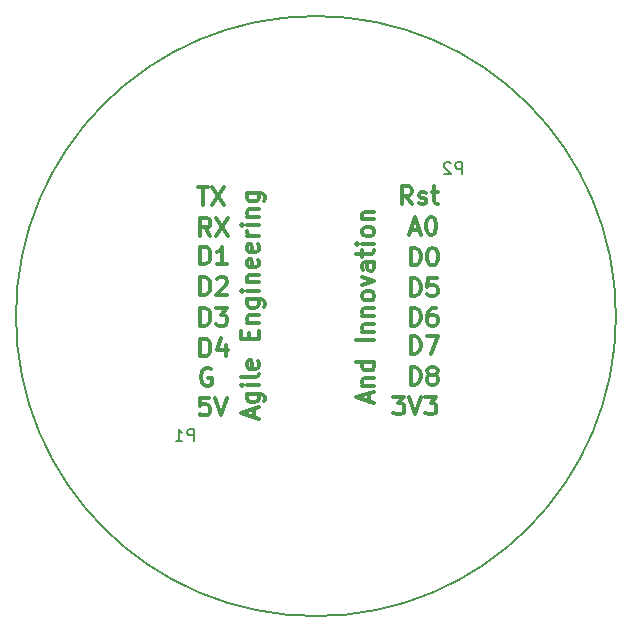
<source format=gbr>
%TF.GenerationSoftware,KiCad,Pcbnew,5.0.2+dfsg1-1*%
%TF.CreationDate,2019-08-25T16:07:59-07:00*%
%TF.ProjectId,coinPCB,636f696e-5043-4422-9e6b-696361645f70,v0.2*%
%TF.SameCoordinates,Original*%
%TF.FileFunction,Legend,Top*%
%TF.FilePolarity,Positive*%
%FSLAX46Y46*%
G04 Gerber Fmt 4.6, Leading zero omitted, Abs format (unit mm)*
G04 Created by KiCad (PCBNEW 5.0.2+dfsg1-1) date Sun 25 Aug 2019 04:07:59 PM PDT*
%MOMM*%
%LPD*%
G01*
G04 APERTURE LIST*
%ADD10C,0.300000*%
%ADD11C,0.150000*%
G04 APERTURE END LIST*
D10*
X136076500Y-111453214D02*
X136076500Y-110738928D01*
X136505071Y-111596071D02*
X135005071Y-111096071D01*
X136505071Y-110596071D01*
X135505071Y-109453214D02*
X136719357Y-109453214D01*
X136862214Y-109524642D01*
X136933642Y-109596071D01*
X137005071Y-109738928D01*
X137005071Y-109953214D01*
X136933642Y-110096071D01*
X136433642Y-109453214D02*
X136505071Y-109596071D01*
X136505071Y-109881785D01*
X136433642Y-110024642D01*
X136362214Y-110096071D01*
X136219357Y-110167500D01*
X135790785Y-110167500D01*
X135647928Y-110096071D01*
X135576500Y-110024642D01*
X135505071Y-109881785D01*
X135505071Y-109596071D01*
X135576500Y-109453214D01*
X136505071Y-108738928D02*
X135505071Y-108738928D01*
X135005071Y-108738928D02*
X135076500Y-108810357D01*
X135147928Y-108738928D01*
X135076500Y-108667500D01*
X135005071Y-108738928D01*
X135147928Y-108738928D01*
X136505071Y-107810357D02*
X136433642Y-107953214D01*
X136290785Y-108024642D01*
X135005071Y-108024642D01*
X136433642Y-106667500D02*
X136505071Y-106810357D01*
X136505071Y-107096071D01*
X136433642Y-107238928D01*
X136290785Y-107310357D01*
X135719357Y-107310357D01*
X135576500Y-107238928D01*
X135505071Y-107096071D01*
X135505071Y-106810357D01*
X135576500Y-106667500D01*
X135719357Y-106596071D01*
X135862214Y-106596071D01*
X136005071Y-107310357D01*
X135719357Y-104810357D02*
X135719357Y-104310357D01*
X136505071Y-104096071D02*
X136505071Y-104810357D01*
X135005071Y-104810357D01*
X135005071Y-104096071D01*
X135505071Y-103453214D02*
X136505071Y-103453214D01*
X135647928Y-103453214D02*
X135576500Y-103381785D01*
X135505071Y-103238928D01*
X135505071Y-103024642D01*
X135576500Y-102881785D01*
X135719357Y-102810357D01*
X136505071Y-102810357D01*
X135505071Y-101453214D02*
X136719357Y-101453214D01*
X136862214Y-101524642D01*
X136933642Y-101596071D01*
X137005071Y-101738928D01*
X137005071Y-101953214D01*
X136933642Y-102096071D01*
X136433642Y-101453214D02*
X136505071Y-101596071D01*
X136505071Y-101881785D01*
X136433642Y-102024642D01*
X136362214Y-102096071D01*
X136219357Y-102167500D01*
X135790785Y-102167500D01*
X135647928Y-102096071D01*
X135576500Y-102024642D01*
X135505071Y-101881785D01*
X135505071Y-101596071D01*
X135576500Y-101453214D01*
X136505071Y-100738928D02*
X135505071Y-100738928D01*
X135005071Y-100738928D02*
X135076500Y-100810357D01*
X135147928Y-100738928D01*
X135076500Y-100667500D01*
X135005071Y-100738928D01*
X135147928Y-100738928D01*
X135505071Y-100024642D02*
X136505071Y-100024642D01*
X135647928Y-100024642D02*
X135576500Y-99953214D01*
X135505071Y-99810357D01*
X135505071Y-99596071D01*
X135576500Y-99453214D01*
X135719357Y-99381785D01*
X136505071Y-99381785D01*
X136433642Y-98096071D02*
X136505071Y-98238928D01*
X136505071Y-98524642D01*
X136433642Y-98667500D01*
X136290785Y-98738928D01*
X135719357Y-98738928D01*
X135576500Y-98667500D01*
X135505071Y-98524642D01*
X135505071Y-98238928D01*
X135576500Y-98096071D01*
X135719357Y-98024642D01*
X135862214Y-98024642D01*
X136005071Y-98738928D01*
X136433642Y-96810357D02*
X136505071Y-96953214D01*
X136505071Y-97238928D01*
X136433642Y-97381785D01*
X136290785Y-97453214D01*
X135719357Y-97453214D01*
X135576500Y-97381785D01*
X135505071Y-97238928D01*
X135505071Y-96953214D01*
X135576500Y-96810357D01*
X135719357Y-96738928D01*
X135862214Y-96738928D01*
X136005071Y-97453214D01*
X136505071Y-96096071D02*
X135505071Y-96096071D01*
X135790785Y-96096071D02*
X135647928Y-96024642D01*
X135576500Y-95953214D01*
X135505071Y-95810357D01*
X135505071Y-95667500D01*
X136505071Y-95167500D02*
X135505071Y-95167500D01*
X135005071Y-95167500D02*
X135076500Y-95238928D01*
X135147928Y-95167500D01*
X135076500Y-95096071D01*
X135005071Y-95167500D01*
X135147928Y-95167500D01*
X135505071Y-94453214D02*
X136505071Y-94453214D01*
X135647928Y-94453214D02*
X135576500Y-94381785D01*
X135505071Y-94238928D01*
X135505071Y-94024642D01*
X135576500Y-93881785D01*
X135719357Y-93810357D01*
X136505071Y-93810357D01*
X135505071Y-92453214D02*
X136719357Y-92453214D01*
X136862214Y-92524642D01*
X136933642Y-92596071D01*
X137005071Y-92738928D01*
X137005071Y-92953214D01*
X136933642Y-93096071D01*
X136433642Y-92453214D02*
X136505071Y-92596071D01*
X136505071Y-92881785D01*
X136433642Y-93024642D01*
X136362214Y-93096071D01*
X136219357Y-93167500D01*
X135790785Y-93167500D01*
X135647928Y-93096071D01*
X135576500Y-93024642D01*
X135505071Y-92881785D01*
X135505071Y-92596071D01*
X135576500Y-92453214D01*
X145855500Y-110115928D02*
X145855500Y-109401642D01*
X146284071Y-110258785D02*
X144784071Y-109758785D01*
X146284071Y-109258785D01*
X145284071Y-108758785D02*
X146284071Y-108758785D01*
X145426928Y-108758785D02*
X145355500Y-108687357D01*
X145284071Y-108544500D01*
X145284071Y-108330214D01*
X145355500Y-108187357D01*
X145498357Y-108115928D01*
X146284071Y-108115928D01*
X146284071Y-106758785D02*
X144784071Y-106758785D01*
X146212642Y-106758785D02*
X146284071Y-106901642D01*
X146284071Y-107187357D01*
X146212642Y-107330214D01*
X146141214Y-107401642D01*
X145998357Y-107473071D01*
X145569785Y-107473071D01*
X145426928Y-107401642D01*
X145355500Y-107330214D01*
X145284071Y-107187357D01*
X145284071Y-106901642D01*
X145355500Y-106758785D01*
X146284071Y-104901642D02*
X144784071Y-104901642D01*
X145284071Y-104187357D02*
X146284071Y-104187357D01*
X145426928Y-104187357D02*
X145355500Y-104115928D01*
X145284071Y-103973071D01*
X145284071Y-103758785D01*
X145355500Y-103615928D01*
X145498357Y-103544500D01*
X146284071Y-103544500D01*
X145284071Y-102830214D02*
X146284071Y-102830214D01*
X145426928Y-102830214D02*
X145355500Y-102758785D01*
X145284071Y-102615928D01*
X145284071Y-102401642D01*
X145355500Y-102258785D01*
X145498357Y-102187357D01*
X146284071Y-102187357D01*
X146284071Y-101258785D02*
X146212642Y-101401642D01*
X146141214Y-101473071D01*
X145998357Y-101544500D01*
X145569785Y-101544500D01*
X145426928Y-101473071D01*
X145355500Y-101401642D01*
X145284071Y-101258785D01*
X145284071Y-101044500D01*
X145355500Y-100901642D01*
X145426928Y-100830214D01*
X145569785Y-100758785D01*
X145998357Y-100758785D01*
X146141214Y-100830214D01*
X146212642Y-100901642D01*
X146284071Y-101044500D01*
X146284071Y-101258785D01*
X145284071Y-100258785D02*
X146284071Y-99901642D01*
X145284071Y-99544500D01*
X146284071Y-98330214D02*
X145498357Y-98330214D01*
X145355500Y-98401642D01*
X145284071Y-98544500D01*
X145284071Y-98830214D01*
X145355500Y-98973071D01*
X146212642Y-98330214D02*
X146284071Y-98473071D01*
X146284071Y-98830214D01*
X146212642Y-98973071D01*
X146069785Y-99044500D01*
X145926928Y-99044500D01*
X145784071Y-98973071D01*
X145712642Y-98830214D01*
X145712642Y-98473071D01*
X145641214Y-98330214D01*
X145284071Y-97830214D02*
X145284071Y-97258785D01*
X144784071Y-97615928D02*
X146069785Y-97615928D01*
X146212642Y-97544500D01*
X146284071Y-97401642D01*
X146284071Y-97258785D01*
X146284071Y-96758785D02*
X145284071Y-96758785D01*
X144784071Y-96758785D02*
X144855500Y-96830214D01*
X144926928Y-96758785D01*
X144855500Y-96687357D01*
X144784071Y-96758785D01*
X144926928Y-96758785D01*
X146284071Y-95830214D02*
X146212642Y-95973071D01*
X146141214Y-96044500D01*
X145998357Y-96115928D01*
X145569785Y-96115928D01*
X145426928Y-96044500D01*
X145355500Y-95973071D01*
X145284071Y-95830214D01*
X145284071Y-95615928D01*
X145355500Y-95473071D01*
X145426928Y-95401642D01*
X145569785Y-95330214D01*
X145998357Y-95330214D01*
X146141214Y-95401642D01*
X146212642Y-95473071D01*
X146284071Y-95615928D01*
X146284071Y-95830214D01*
X145284071Y-94687357D02*
X146284071Y-94687357D01*
X145426928Y-94687357D02*
X145355500Y-94615928D01*
X145284071Y-94473071D01*
X145284071Y-94258785D01*
X145355500Y-94115928D01*
X145498357Y-94044500D01*
X146284071Y-94044500D01*
D11*
X166751000Y-102870000D02*
G75*
G03X166751000Y-102870000I-25400000J0D01*
G01*
D10*
X149495571Y-93382571D02*
X148995571Y-92668285D01*
X148638428Y-93382571D02*
X148638428Y-91882571D01*
X149209857Y-91882571D01*
X149352714Y-91954000D01*
X149424142Y-92025428D01*
X149495571Y-92168285D01*
X149495571Y-92382571D01*
X149424142Y-92525428D01*
X149352714Y-92596857D01*
X149209857Y-92668285D01*
X148638428Y-92668285D01*
X150067000Y-93311142D02*
X150209857Y-93382571D01*
X150495571Y-93382571D01*
X150638428Y-93311142D01*
X150709857Y-93168285D01*
X150709857Y-93096857D01*
X150638428Y-92954000D01*
X150495571Y-92882571D01*
X150281285Y-92882571D01*
X150138428Y-92811142D01*
X150067000Y-92668285D01*
X150067000Y-92596857D01*
X150138428Y-92454000D01*
X150281285Y-92382571D01*
X150495571Y-92382571D01*
X150638428Y-92454000D01*
X151138428Y-92382571D02*
X151709857Y-92382571D01*
X151352714Y-91882571D02*
X151352714Y-93168285D01*
X151424142Y-93311142D01*
X151567000Y-93382571D01*
X151709857Y-93382571D01*
X149395571Y-95554000D02*
X150109857Y-95554000D01*
X149252714Y-95982571D02*
X149752714Y-94482571D01*
X150252714Y-95982571D01*
X151038428Y-94482571D02*
X151181285Y-94482571D01*
X151324142Y-94554000D01*
X151395571Y-94625428D01*
X151467000Y-94768285D01*
X151538428Y-95054000D01*
X151538428Y-95411142D01*
X151467000Y-95696857D01*
X151395571Y-95839714D01*
X151324142Y-95911142D01*
X151181285Y-95982571D01*
X151038428Y-95982571D01*
X150895571Y-95911142D01*
X150824142Y-95839714D01*
X150752714Y-95696857D01*
X150681285Y-95411142D01*
X150681285Y-95054000D01*
X150752714Y-94768285D01*
X150824142Y-94625428D01*
X150895571Y-94554000D01*
X151038428Y-94482571D01*
X149359857Y-98582571D02*
X149359857Y-97082571D01*
X149717000Y-97082571D01*
X149931285Y-97154000D01*
X150074142Y-97296857D01*
X150145571Y-97439714D01*
X150217000Y-97725428D01*
X150217000Y-97939714D01*
X150145571Y-98225428D01*
X150074142Y-98368285D01*
X149931285Y-98511142D01*
X149717000Y-98582571D01*
X149359857Y-98582571D01*
X151145571Y-97082571D02*
X151288428Y-97082571D01*
X151431285Y-97154000D01*
X151502714Y-97225428D01*
X151574142Y-97368285D01*
X151645571Y-97654000D01*
X151645571Y-98011142D01*
X151574142Y-98296857D01*
X151502714Y-98439714D01*
X151431285Y-98511142D01*
X151288428Y-98582571D01*
X151145571Y-98582571D01*
X151002714Y-98511142D01*
X150931285Y-98439714D01*
X150859857Y-98296857D01*
X150788428Y-98011142D01*
X150788428Y-97654000D01*
X150859857Y-97368285D01*
X150931285Y-97225428D01*
X151002714Y-97154000D01*
X151145571Y-97082571D01*
X149359857Y-101182571D02*
X149359857Y-99682571D01*
X149717000Y-99682571D01*
X149931285Y-99754000D01*
X150074142Y-99896857D01*
X150145571Y-100039714D01*
X150217000Y-100325428D01*
X150217000Y-100539714D01*
X150145571Y-100825428D01*
X150074142Y-100968285D01*
X149931285Y-101111142D01*
X149717000Y-101182571D01*
X149359857Y-101182571D01*
X151574142Y-99682571D02*
X150859857Y-99682571D01*
X150788428Y-100396857D01*
X150859857Y-100325428D01*
X151002714Y-100254000D01*
X151359857Y-100254000D01*
X151502714Y-100325428D01*
X151574142Y-100396857D01*
X151645571Y-100539714D01*
X151645571Y-100896857D01*
X151574142Y-101039714D01*
X151502714Y-101111142D01*
X151359857Y-101182571D01*
X151002714Y-101182571D01*
X150859857Y-101111142D01*
X150788428Y-101039714D01*
X149359857Y-103682571D02*
X149359857Y-102182571D01*
X149717000Y-102182571D01*
X149931285Y-102254000D01*
X150074142Y-102396857D01*
X150145571Y-102539714D01*
X150217000Y-102825428D01*
X150217000Y-103039714D01*
X150145571Y-103325428D01*
X150074142Y-103468285D01*
X149931285Y-103611142D01*
X149717000Y-103682571D01*
X149359857Y-103682571D01*
X151502714Y-102182571D02*
X151217000Y-102182571D01*
X151074142Y-102254000D01*
X151002714Y-102325428D01*
X150859857Y-102539714D01*
X150788428Y-102825428D01*
X150788428Y-103396857D01*
X150859857Y-103539714D01*
X150931285Y-103611142D01*
X151074142Y-103682571D01*
X151359857Y-103682571D01*
X151502714Y-103611142D01*
X151574142Y-103539714D01*
X151645571Y-103396857D01*
X151645571Y-103039714D01*
X151574142Y-102896857D01*
X151502714Y-102825428D01*
X151359857Y-102754000D01*
X151074142Y-102754000D01*
X150931285Y-102825428D01*
X150859857Y-102896857D01*
X150788428Y-103039714D01*
X149359857Y-106082571D02*
X149359857Y-104582571D01*
X149717000Y-104582571D01*
X149931285Y-104654000D01*
X150074142Y-104796857D01*
X150145571Y-104939714D01*
X150217000Y-105225428D01*
X150217000Y-105439714D01*
X150145571Y-105725428D01*
X150074142Y-105868285D01*
X149931285Y-106011142D01*
X149717000Y-106082571D01*
X149359857Y-106082571D01*
X150717000Y-104582571D02*
X151717000Y-104582571D01*
X151074142Y-106082571D01*
X149359857Y-108682571D02*
X149359857Y-107182571D01*
X149717000Y-107182571D01*
X149931285Y-107254000D01*
X150074142Y-107396857D01*
X150145571Y-107539714D01*
X150217000Y-107825428D01*
X150217000Y-108039714D01*
X150145571Y-108325428D01*
X150074142Y-108468285D01*
X149931285Y-108611142D01*
X149717000Y-108682571D01*
X149359857Y-108682571D01*
X151074142Y-107825428D02*
X150931285Y-107754000D01*
X150859857Y-107682571D01*
X150788428Y-107539714D01*
X150788428Y-107468285D01*
X150859857Y-107325428D01*
X150931285Y-107254000D01*
X151074142Y-107182571D01*
X151359857Y-107182571D01*
X151502714Y-107254000D01*
X151574142Y-107325428D01*
X151645571Y-107468285D01*
X151645571Y-107539714D01*
X151574142Y-107682571D01*
X151502714Y-107754000D01*
X151359857Y-107825428D01*
X151074142Y-107825428D01*
X150931285Y-107896857D01*
X150859857Y-107968285D01*
X150788428Y-108111142D01*
X150788428Y-108396857D01*
X150859857Y-108539714D01*
X150931285Y-108611142D01*
X151074142Y-108682571D01*
X151359857Y-108682571D01*
X151502714Y-108611142D01*
X151574142Y-108539714D01*
X151645571Y-108396857D01*
X151645571Y-108111142D01*
X151574142Y-107968285D01*
X151502714Y-107896857D01*
X151359857Y-107825428D01*
X147909857Y-109682571D02*
X148838428Y-109682571D01*
X148338428Y-110254000D01*
X148552714Y-110254000D01*
X148695571Y-110325428D01*
X148767000Y-110396857D01*
X148838428Y-110539714D01*
X148838428Y-110896857D01*
X148767000Y-111039714D01*
X148695571Y-111111142D01*
X148552714Y-111182571D01*
X148124142Y-111182571D01*
X147981285Y-111111142D01*
X147909857Y-111039714D01*
X149267000Y-109682571D02*
X149767000Y-111182571D01*
X150267000Y-109682571D01*
X150624142Y-109682571D02*
X151552714Y-109682571D01*
X151052714Y-110254000D01*
X151267000Y-110254000D01*
X151409857Y-110325428D01*
X151481285Y-110396857D01*
X151552714Y-110539714D01*
X151552714Y-110896857D01*
X151481285Y-111039714D01*
X151409857Y-111111142D01*
X151267000Y-111182571D01*
X150838428Y-111182571D01*
X150695571Y-111111142D01*
X150624142Y-111039714D01*
X131324142Y-91982571D02*
X132181285Y-91982571D01*
X131752714Y-93482571D02*
X131752714Y-91982571D01*
X132538428Y-91982571D02*
X133538428Y-93482571D01*
X133538428Y-91982571D02*
X132538428Y-93482571D01*
X132417000Y-96082571D02*
X131917000Y-95368285D01*
X131559857Y-96082571D02*
X131559857Y-94582571D01*
X132131285Y-94582571D01*
X132274142Y-94654000D01*
X132345571Y-94725428D01*
X132417000Y-94868285D01*
X132417000Y-95082571D01*
X132345571Y-95225428D01*
X132274142Y-95296857D01*
X132131285Y-95368285D01*
X131559857Y-95368285D01*
X132917000Y-94582571D02*
X133917000Y-96082571D01*
X133917000Y-94582571D02*
X132917000Y-96082571D01*
X131559857Y-98482571D02*
X131559857Y-96982571D01*
X131917000Y-96982571D01*
X132131285Y-97054000D01*
X132274142Y-97196857D01*
X132345571Y-97339714D01*
X132417000Y-97625428D01*
X132417000Y-97839714D01*
X132345571Y-98125428D01*
X132274142Y-98268285D01*
X132131285Y-98411142D01*
X131917000Y-98482571D01*
X131559857Y-98482571D01*
X133845571Y-98482571D02*
X132988428Y-98482571D01*
X133417000Y-98482571D02*
X133417000Y-96982571D01*
X133274142Y-97196857D01*
X133131285Y-97339714D01*
X132988428Y-97411142D01*
X131559857Y-101082571D02*
X131559857Y-99582571D01*
X131917000Y-99582571D01*
X132131285Y-99654000D01*
X132274142Y-99796857D01*
X132345571Y-99939714D01*
X132417000Y-100225428D01*
X132417000Y-100439714D01*
X132345571Y-100725428D01*
X132274142Y-100868285D01*
X132131285Y-101011142D01*
X131917000Y-101082571D01*
X131559857Y-101082571D01*
X132988428Y-99725428D02*
X133059857Y-99654000D01*
X133202714Y-99582571D01*
X133559857Y-99582571D01*
X133702714Y-99654000D01*
X133774142Y-99725428D01*
X133845571Y-99868285D01*
X133845571Y-100011142D01*
X133774142Y-100225428D01*
X132917000Y-101082571D01*
X133845571Y-101082571D01*
X131559857Y-103682571D02*
X131559857Y-102182571D01*
X131917000Y-102182571D01*
X132131285Y-102254000D01*
X132274142Y-102396857D01*
X132345571Y-102539714D01*
X132417000Y-102825428D01*
X132417000Y-103039714D01*
X132345571Y-103325428D01*
X132274142Y-103468285D01*
X132131285Y-103611142D01*
X131917000Y-103682571D01*
X131559857Y-103682571D01*
X132917000Y-102182571D02*
X133845571Y-102182571D01*
X133345571Y-102754000D01*
X133559857Y-102754000D01*
X133702714Y-102825428D01*
X133774142Y-102896857D01*
X133845571Y-103039714D01*
X133845571Y-103396857D01*
X133774142Y-103539714D01*
X133702714Y-103611142D01*
X133559857Y-103682571D01*
X133131285Y-103682571D01*
X132988428Y-103611142D01*
X132917000Y-103539714D01*
X131559857Y-106282571D02*
X131559857Y-104782571D01*
X131917000Y-104782571D01*
X132131285Y-104854000D01*
X132274142Y-104996857D01*
X132345571Y-105139714D01*
X132417000Y-105425428D01*
X132417000Y-105639714D01*
X132345571Y-105925428D01*
X132274142Y-106068285D01*
X132131285Y-106211142D01*
X131917000Y-106282571D01*
X131559857Y-106282571D01*
X133702714Y-105282571D02*
X133702714Y-106282571D01*
X133345571Y-104711142D02*
X132988428Y-105782571D01*
X133917000Y-105782571D01*
X132459857Y-107354000D02*
X132317000Y-107282571D01*
X132102714Y-107282571D01*
X131888428Y-107354000D01*
X131745571Y-107496857D01*
X131674142Y-107639714D01*
X131602714Y-107925428D01*
X131602714Y-108139714D01*
X131674142Y-108425428D01*
X131745571Y-108568285D01*
X131888428Y-108711142D01*
X132102714Y-108782571D01*
X132245571Y-108782571D01*
X132459857Y-108711142D01*
X132531285Y-108639714D01*
X132531285Y-108139714D01*
X132245571Y-108139714D01*
X132281285Y-109782571D02*
X131567000Y-109782571D01*
X131495571Y-110496857D01*
X131567000Y-110425428D01*
X131709857Y-110354000D01*
X132067000Y-110354000D01*
X132209857Y-110425428D01*
X132281285Y-110496857D01*
X132352714Y-110639714D01*
X132352714Y-110996857D01*
X132281285Y-111139714D01*
X132209857Y-111211142D01*
X132067000Y-111282571D01*
X131709857Y-111282571D01*
X131567000Y-111211142D01*
X131495571Y-111139714D01*
X132781285Y-109782571D02*
X133281285Y-111282571D01*
X133781285Y-109782571D01*
D11*
X131005095Y-113456380D02*
X131005095Y-112456380D01*
X130624142Y-112456380D01*
X130528904Y-112504000D01*
X130481285Y-112551619D01*
X130433666Y-112646857D01*
X130433666Y-112789714D01*
X130481285Y-112884952D01*
X130528904Y-112932571D01*
X130624142Y-112980190D01*
X131005095Y-112980190D01*
X129481285Y-113456380D02*
X130052714Y-113456380D01*
X129767000Y-113456380D02*
X129767000Y-112456380D01*
X129862238Y-112599238D01*
X129957476Y-112694476D01*
X130052714Y-112742095D01*
X153705095Y-90856380D02*
X153705095Y-89856380D01*
X153324142Y-89856380D01*
X153228904Y-89904000D01*
X153181285Y-89951619D01*
X153133666Y-90046857D01*
X153133666Y-90189714D01*
X153181285Y-90284952D01*
X153228904Y-90332571D01*
X153324142Y-90380190D01*
X153705095Y-90380190D01*
X152752714Y-89951619D02*
X152705095Y-89904000D01*
X152609857Y-89856380D01*
X152371761Y-89856380D01*
X152276523Y-89904000D01*
X152228904Y-89951619D01*
X152181285Y-90046857D01*
X152181285Y-90142095D01*
X152228904Y-90284952D01*
X152800333Y-90856380D01*
X152181285Y-90856380D01*
M02*

</source>
